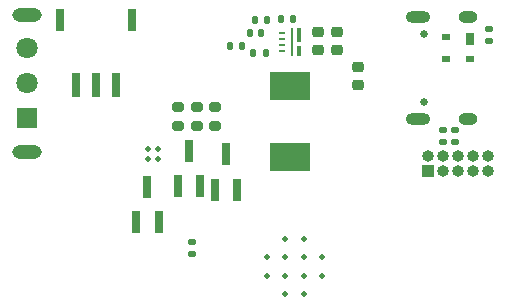
<source format=gbs>
G04 #@! TF.GenerationSoftware,KiCad,Pcbnew,(7.0.0)*
G04 #@! TF.CreationDate,2023-11-04T11:38:30-04:00*
G04 #@! TF.ProjectId,Emrick,456d7269-636b-42e6-9b69-6361645f7063,5.1*
G04 #@! TF.SameCoordinates,Original*
G04 #@! TF.FileFunction,Soldermask,Bot*
G04 #@! TF.FilePolarity,Negative*
%FSLAX46Y46*%
G04 Gerber Fmt 4.6, Leading zero omitted, Abs format (unit mm)*
G04 Created by KiCad (PCBNEW (7.0.0)) date 2023-11-04 11:38:30*
%MOMM*%
%LPD*%
G01*
G04 APERTURE LIST*
G04 Aperture macros list*
%AMRoundRect*
0 Rectangle with rounded corners*
0 $1 Rounding radius*
0 $2 $3 $4 $5 $6 $7 $8 $9 X,Y pos of 4 corners*
0 Add a 4 corners polygon primitive as box body*
4,1,4,$2,$3,$4,$5,$6,$7,$8,$9,$2,$3,0*
0 Add four circle primitives for the rounded corners*
1,1,$1+$1,$2,$3*
1,1,$1+$1,$4,$5*
1,1,$1+$1,$6,$7*
1,1,$1+$1,$8,$9*
0 Add four rect primitives between the rounded corners*
20,1,$1+$1,$2,$3,$4,$5,0*
20,1,$1+$1,$4,$5,$6,$7,0*
20,1,$1+$1,$6,$7,$8,$9,0*
20,1,$1+$1,$8,$9,$2,$3,0*%
G04 Aperture macros list end*
%ADD10C,0.508000*%
%ADD11R,1.800000X1.800000*%
%ADD12C,1.800000*%
%ADD13O,2.500000X1.200000*%
%ADD14C,0.499999*%
%ADD15R,1.000000X1.000000*%
%ADD16O,1.000000X1.000000*%
%ADD17C,0.650000*%
%ADD18O,2.100000X1.000000*%
%ADD19O,1.600000X1.000000*%
%ADD20RoundRect,0.135000X-0.135000X-0.185000X0.135000X-0.185000X0.135000X0.185000X-0.135000X0.185000X0*%
%ADD21R,3.500000X2.350000*%
%ADD22RoundRect,0.200000X-0.275000X0.200000X-0.275000X-0.200000X0.275000X-0.200000X0.275000X0.200000X0*%
%ADD23RoundRect,0.135000X-0.185000X0.135000X-0.185000X-0.135000X0.185000X-0.135000X0.185000X0.135000X0*%
%ADD24RoundRect,0.135000X0.135000X0.185000X-0.135000X0.185000X-0.135000X-0.185000X0.135000X-0.185000X0*%
%ADD25R,0.700000X1.000000*%
%ADD26R,0.700000X0.600000*%
%ADD27R,0.660400X2.000000*%
%ADD28R,0.762000X1.854200*%
%ADD29RoundRect,0.140000X0.140000X0.170000X-0.140000X0.170000X-0.140000X-0.170000X0.140000X-0.170000X0*%
%ADD30RoundRect,0.225000X-0.250000X0.225000X-0.250000X-0.225000X0.250000X-0.225000X0.250000X0.225000X0*%
%ADD31RoundRect,0.140000X0.170000X-0.140000X0.170000X0.140000X-0.170000X0.140000X-0.170000X-0.140000X0*%
%ADD32R,0.800000X1.900000*%
%ADD33RoundRect,0.225000X0.250000X-0.225000X0.250000X0.225000X-0.250000X0.225000X-0.250000X-0.225000X0*%
%ADD34R,0.600000X0.250000*%
%ADD35R,0.600000X0.249200*%
%ADD36R,0.250000X2.400000*%
%ADD37R,0.300000X0.900000*%
%ADD38R,0.300000X1.200000*%
%ADD39RoundRect,0.135000X0.185000X-0.135000X0.185000X0.135000X-0.185000X0.135000X-0.185000X-0.135000X0*%
G04 APERTURE END LIST*
D10*
X92831299Y-29756299D03*
X92831299Y-30543699D03*
X93618699Y-29756299D03*
X93618699Y-30543699D03*
D11*
X82549999Y-27129999D03*
D12*
X82550000Y-24130000D03*
X82550000Y-21130000D03*
D13*
X82549999Y-18329999D03*
X82549999Y-29929999D03*
D14*
X104396499Y-41974999D03*
X106003501Y-41974999D03*
X102875001Y-40453501D03*
X104396499Y-40453501D03*
X106003501Y-40453501D03*
X107524999Y-40453501D03*
X102875001Y-38846499D03*
X104396499Y-38846499D03*
X106003501Y-38846499D03*
X107524999Y-38846499D03*
X104396499Y-37325001D03*
X106003501Y-37325001D03*
D15*
X116549999Y-31574999D03*
D16*
X116549999Y-30304999D03*
X117819999Y-31574999D03*
X117819999Y-30304999D03*
X119089999Y-31574999D03*
X119089999Y-30304999D03*
X120359999Y-31574999D03*
X120359999Y-30304999D03*
X121629999Y-31574999D03*
X121629999Y-30304999D03*
D17*
X116195000Y-25740000D03*
X116195000Y-19960000D03*
D18*
X115694999Y-27169999D03*
D19*
X119874999Y-27169999D03*
D18*
X115694999Y-18529999D03*
D19*
X119874999Y-18529999D03*
D20*
X101740190Y-21580000D03*
X102760190Y-21580000D03*
D21*
X104799999Y-30424999D03*
X104799999Y-24374999D03*
D22*
X98517500Y-26117500D03*
X98517500Y-27767500D03*
D23*
X118825000Y-28090000D03*
X118825000Y-29110000D03*
D24*
X102910000Y-18800000D03*
X101890000Y-18800000D03*
D25*
X120074999Y-20399999D03*
D26*
X120074999Y-22099999D03*
X118074999Y-22099999D03*
X118074999Y-20199999D03*
D27*
X86692000Y-24261399D03*
X88391999Y-24261399D03*
X90091998Y-24261399D03*
D28*
X85316999Y-18795999D03*
X91466999Y-18795999D03*
D24*
X100760000Y-20975000D03*
X99740000Y-20975000D03*
D29*
X102380000Y-19900000D03*
X101420000Y-19900000D03*
D30*
X110625000Y-22750000D03*
X110625000Y-24300000D03*
D31*
X117750000Y-29080000D03*
X117750000Y-28120000D03*
D32*
X93699999Y-35899999D03*
X91799999Y-35899999D03*
X92749999Y-32899999D03*
X100349999Y-33149999D03*
X98449999Y-33149999D03*
X99399999Y-30149999D03*
D30*
X108775000Y-19825000D03*
X108775000Y-21375000D03*
D33*
X107225000Y-21375000D03*
X107225000Y-19825000D03*
D23*
X96575000Y-37615000D03*
X96575000Y-38635000D03*
D29*
X105050190Y-18720000D03*
X104090190Y-18720000D03*
D34*
X104140000Y-19889999D03*
X104140000Y-20387730D03*
D35*
X104140000Y-20887856D03*
X104140000Y-21387982D03*
D36*
X105040000Y-20639999D03*
D37*
X105580600Y-21382205D03*
D38*
X105580600Y-20042205D03*
D22*
X96917500Y-26117500D03*
X96917500Y-27767500D03*
D32*
X97249999Y-32849999D03*
X95349999Y-32849999D03*
X96299999Y-29849999D03*
D39*
X121675000Y-20545000D03*
X121675000Y-19525000D03*
D22*
X95317500Y-26117500D03*
X95317500Y-27767500D03*
M02*

</source>
